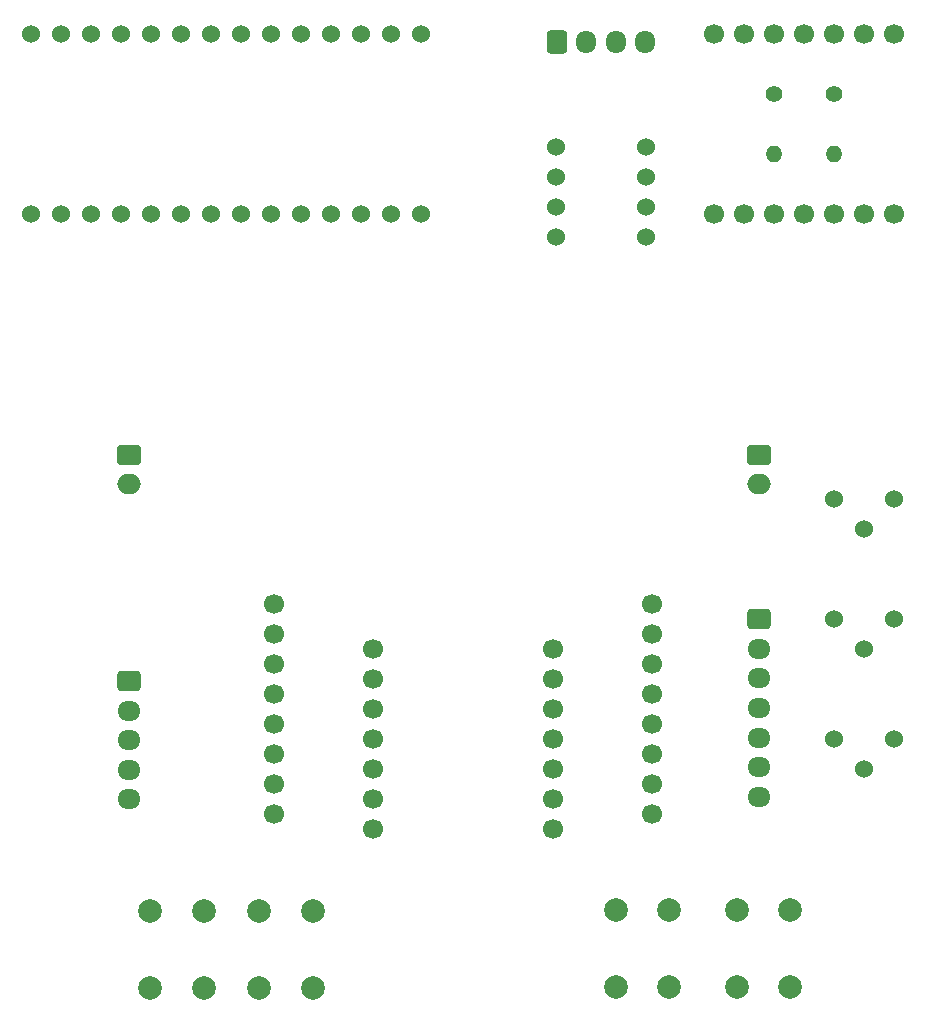
<source format=gbr>
%TF.GenerationSoftware,KiCad,Pcbnew,7.0.2-0*%
%TF.CreationDate,2023-08-02T22:29:10+09:00*%
%TF.ProjectId,main_board2,6d61696e-5f62-46f6-9172-64322e6b6963,rev?*%
%TF.SameCoordinates,Original*%
%TF.FileFunction,Soldermask,Bot*%
%TF.FilePolarity,Negative*%
%FSLAX46Y46*%
G04 Gerber Fmt 4.6, Leading zero omitted, Abs format (unit mm)*
G04 Created by KiCad (PCBNEW 7.0.2-0) date 2023-08-02 22:29:10*
%MOMM*%
%LPD*%
G01*
G04 APERTURE LIST*
G04 Aperture macros list*
%AMRoundRect*
0 Rectangle with rounded corners*
0 $1 Rounding radius*
0 $2 $3 $4 $5 $6 $7 $8 $9 X,Y pos of 4 corners*
0 Add a 4 corners polygon primitive as box body*
4,1,4,$2,$3,$4,$5,$6,$7,$8,$9,$2,$3,0*
0 Add four circle primitives for the rounded corners*
1,1,$1+$1,$2,$3*
1,1,$1+$1,$4,$5*
1,1,$1+$1,$6,$7*
1,1,$1+$1,$8,$9*
0 Add four rect primitives between the rounded corners*
20,1,$1+$1,$2,$3,$4,$5,0*
20,1,$1+$1,$4,$5,$6,$7,0*
20,1,$1+$1,$6,$7,$8,$9,0*
20,1,$1+$1,$8,$9,$2,$3,0*%
G04 Aperture macros list end*
%ADD10C,1.400000*%
%ADD11O,1.400000X1.400000*%
%ADD12C,1.524000*%
%ADD13C,2.000000*%
%ADD14RoundRect,0.250000X-0.725000X0.600000X-0.725000X-0.600000X0.725000X-0.600000X0.725000X0.600000X0*%
%ADD15O,1.950000X1.700000*%
%ADD16C,1.700000*%
%ADD17RoundRect,0.250000X-0.600000X-0.725000X0.600000X-0.725000X0.600000X0.725000X-0.600000X0.725000X0*%
%ADD18O,1.700000X1.950000*%
%ADD19RoundRect,0.250000X-0.750000X0.600000X-0.750000X-0.600000X0.750000X-0.600000X0.750000X0.600000X0*%
%ADD20O,2.000000X1.700000*%
G04 APERTURE END LIST*
D10*
%TO.C,R4*%
X170180000Y-69850000D03*
D11*
X170180000Y-74930000D03*
%TD*%
D12*
%TO.C,RV2*%
X175260000Y-104140000D03*
X172720000Y-106680000D03*
X170180000Y-104140000D03*
%TD*%
%TO.C,RV3*%
X175260000Y-114300000D03*
X172720000Y-116840000D03*
X170180000Y-114300000D03*
%TD*%
D13*
%TO.C,SW3*%
X161980000Y-145415000D03*
X161980000Y-138915000D03*
X166480000Y-145415000D03*
X166480000Y-138915000D03*
%TD*%
D10*
%TO.C,R3*%
X165100000Y-69850000D03*
D11*
X165100000Y-74930000D03*
%TD*%
D14*
%TO.C,J27*%
X110490000Y-119540000D03*
D15*
X110490000Y-122040000D03*
X110490000Y-124540000D03*
X110490000Y-127040000D03*
X110490000Y-129540000D03*
%TD*%
D16*
%TO.C,U5*%
X122785600Y-130810000D03*
X122785600Y-128270000D03*
X122785600Y-125730000D03*
X122785600Y-123190000D03*
X122785600Y-120650000D03*
X122785600Y-118110000D03*
X122785600Y-115570000D03*
X122785600Y-113030000D03*
X154785600Y-113030000D03*
X154785600Y-115570000D03*
X154785600Y-118110000D03*
X154785600Y-120650000D03*
X154785600Y-123190000D03*
X154785600Y-125730000D03*
X154785600Y-128270000D03*
X154785600Y-130810000D03*
%TD*%
D12*
%TO.C,U4*%
X154305000Y-81915000D03*
X154305000Y-79375000D03*
X154305000Y-76835000D03*
X154305000Y-74295000D03*
X146685000Y-81915000D03*
X146685000Y-79375000D03*
X146685000Y-76835000D03*
X146685000Y-74295000D03*
%TD*%
D16*
%TO.C,U2*%
X175260000Y-64770000D03*
X172720000Y-64770000D03*
X170180000Y-64770000D03*
X167640000Y-64770000D03*
X165100000Y-64770000D03*
X162560000Y-64770000D03*
X160020000Y-64770000D03*
X160020000Y-80010000D03*
X162560000Y-80010000D03*
X165100000Y-80010000D03*
X167640000Y-80010000D03*
X170180000Y-80010000D03*
X172720000Y-80010000D03*
X175260000Y-80010000D03*
%TD*%
D14*
%TO.C,J11*%
X163830000Y-114300000D03*
D15*
X163830000Y-116800000D03*
X163830000Y-119300000D03*
X163830000Y-121800000D03*
X163830000Y-124300000D03*
X163830000Y-126800000D03*
X163830000Y-129300000D03*
%TD*%
D12*
%TO.C,RV4*%
X175260000Y-124460000D03*
X172720000Y-127000000D03*
X170180000Y-124460000D03*
%TD*%
D13*
%TO.C,SW8*%
X151765000Y-145415000D03*
X151765000Y-138915000D03*
X156265000Y-145415000D03*
X156265000Y-138915000D03*
%TD*%
D16*
%TO.C,U3*%
X146405600Y-132080000D03*
X146405600Y-129540000D03*
X146405600Y-127000000D03*
X146405600Y-124460000D03*
X146405600Y-121920000D03*
X146405600Y-119380000D03*
X146405600Y-116840000D03*
X131165600Y-116840000D03*
X131165600Y-119380000D03*
X131165600Y-121920000D03*
X131165600Y-124460000D03*
X131165600Y-127000000D03*
X131165600Y-129540000D03*
X131165600Y-132080000D03*
%TD*%
D17*
%TO.C,J13*%
X146745000Y-65405000D03*
D18*
X149245000Y-65405000D03*
X151745000Y-65405000D03*
X154245000Y-65405000D03*
%TD*%
D13*
%TO.C,SW7*%
X126075000Y-138990000D03*
X126075000Y-145490000D03*
X121575000Y-138990000D03*
X121575000Y-145490000D03*
%TD*%
%TO.C,SW6*%
X116840000Y-138990000D03*
X116840000Y-145490000D03*
X112340000Y-138990000D03*
X112340000Y-145490000D03*
%TD*%
D12*
%TO.C,U1*%
X102235000Y-80010000D03*
X104775000Y-64770000D03*
X104775000Y-80010000D03*
X107315000Y-80010000D03*
X109855000Y-80010000D03*
X112395000Y-80010000D03*
X114935000Y-80010000D03*
X117475000Y-80010000D03*
X120015000Y-80010000D03*
X122555000Y-80010000D03*
X125095000Y-80010000D03*
X127635000Y-80010000D03*
X130175000Y-80010000D03*
X132715000Y-80010000D03*
X135255000Y-80010000D03*
X135255000Y-64770000D03*
X132715000Y-64770000D03*
X130175000Y-64770000D03*
X127635000Y-64770000D03*
X125095000Y-64770000D03*
X122555000Y-64770000D03*
X120015000Y-64770000D03*
X117475000Y-64770000D03*
X114935000Y-64770000D03*
X112395000Y-64770000D03*
X109855000Y-64770000D03*
X107315000Y-64770000D03*
X102235000Y-64770000D03*
%TD*%
D19*
%TO.C,J23*%
X110490000Y-100370000D03*
D20*
X110490000Y-102870000D03*
%TD*%
D19*
%TO.C,J25*%
X163830000Y-100370000D03*
D20*
X163830000Y-102870000D03*
%TD*%
M02*

</source>
